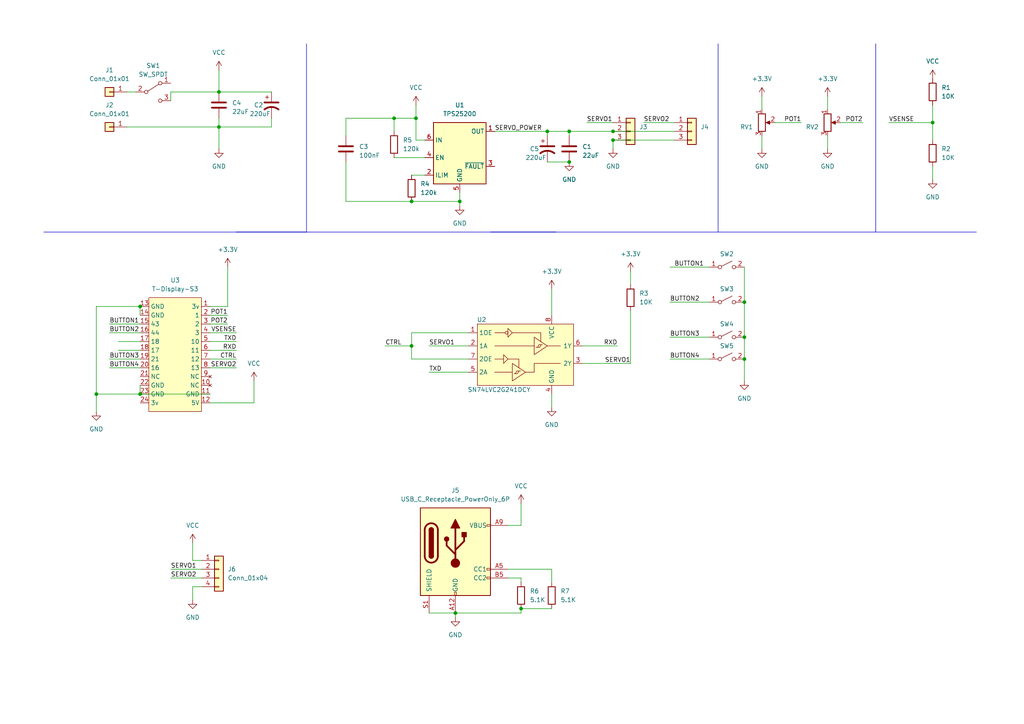
<source format=kicad_sch>
(kicad_sch (version 20250114) (generator "eeschema") (generator_version "9.0")
  (paper "A4")
  (lib_symbols
    (symbol "BuffersLogic_74S:SN74LVC2G241DC"
      (property "Reference" "U2" (at -12.7 8.89 0))
      (property "Value" "SN74LVC2G241DCY" (at -7.62 -11.43 0))
      (symbol "SN74LVC2G241DC_0_1"
        (rectangle (start -13.97 7.62) (end 13.97 -10.16) (fill (type background)))
        (polyline (pts (xy -8.89 5.08) (xy -5.8943 5.0824)))
        (polyline (pts (xy -8.89 -2.54) (xy -6.35 -2.54) (xy -6.35 -1.27) (xy -5.08 -2.54) (xy -6.35 -3.81) (xy -6.35 -2.54)))
        (polyline (pts (xy -8.89 -6.35) (xy -3.81 -6.35) (xy -3.81 -3.81) (xy 0 -6.35) (xy -3.81 -8.89) (xy -3.81 -6.35)))
        (circle (center -5.461 5.08) (radius 0.399))
        (polyline (pts (xy -5.08 5.08) (xy -5.08 5.08) (xy -5.08 6.35) (xy -3.81 5.08) (xy -5.08 3.81) (xy -5.08 5.08)))
        (polyline (pts (xy -5.08 -2.54) (xy -1.905 -2.54) (xy -1.905 -5.08)))
        (polyline (pts (xy -3.81 5.08) (xy 4.445 5.08) (xy 4.445 2.54)))
        (polyline (pts (xy -3.3011 -6.7666) (xy -2.2851 -6.7666) (xy -1.9041 -6.0046) (xy -1.3961 -6.0046)))
        (polyline (pts (xy -2.9201 -6.7666) (xy -2.5391 -6.0046) (xy -1.9041 -6.0046)))
        (polyline (pts (xy 2.54 1.27) (xy 2.54 1.27) (xy -8.89 1.27)))
        (polyline (pts (xy 4.5346 1.628) (xy 4.1536 0.866) (xy 3.5186 0.866)))
        (polyline (pts (xy 4.9156 1.628) (xy 3.8996 1.628) (xy 3.5186 0.866) (xy 3.0106 0.866)))
        (polyline (pts (xy 6.35 1.27) (xy 10.16 1.27)))
        (polyline (pts (xy 6.35 1.27) (xy 2.54 -1.27) (xy 2.54 3.81) (xy 6.35 1.27)))
        (polyline (pts (xy 10.16 -3.81) (xy 2.54 -3.81) (xy 2.54 -6.35) (xy 0 -6.35)))
      )
      (symbol "SN74LVC2G241DC_1_1"
        (pin input line (at -16.51 5.08 0) (length 2.54) (name "1OE") (number "1"))
        (pin input line (at -16.51 1.27 0) (length 2.54) (name "1A") (number "2"))
        (pin input line (at -16.51 -2.54 0) (length 2.54) (name "2OE") (number "7"))
        (pin input line (at -16.51 -6.35 0) (length 2.54) (name "2A") (number "5"))
        (pin power_in line (at 7.62 10.16 270) (length 2.54) (name "VCC") (number "8"))
        (pin power_in line (at 7.62 -12.7 90) (length 2.54) (name "GND") (number "4"))
        (pin output line (at 16.51 1.27 180) (length 2.54) (name "1Y") (number "6"))
        (pin output line (at 16.51 -3.81 180) (length 2.54) (name "2Y") (number "3"))
      )
    )
    (symbol "Connector:USB_C_Receptacle_PowerOnly_6P" (pin_names (offset 1.016))
      (property "Reference" "J" (at 0 16.51 0))
      (property "Value" "USB_C_Receptacle_PowerOnly_6P" (at 0 13.97 0))
      (symbol "USB_C_Receptacle_PowerOnly_6P_0_0"
        (rectangle (start -0.254 -12.7) (end 0.254 -11.684))
        (rectangle (start 10.16 7.874) (end 9.144 7.366))
        (rectangle (start 10.16 -4.826) (end 9.144 -5.334))
        (rectangle (start 10.16 -7.366) (end 9.144 -7.874))
      )
      (symbol "USB_C_Receptacle_PowerOnly_6P_0_1"
        (rectangle (start -10.16 12.7) (end 10.16 -12.7) (stroke (width 0.254)) (fill (type background)))
        (polyline (pts (xy -8.89 -1.27) (xy -8.89 6.35)) (stroke (width 0.508)))
        (rectangle (start -7.62 -1.27) (end -6.35 6.35) (stroke (width 0.254)) (fill (type outline)))
        (arc (start -7.62 6.35) (mid -6.985 6.9823) (end -6.35 6.35) (stroke (width 0.254)))
        (arc (start -7.62 6.35) (mid -6.985 6.9823) (end -6.35 6.35) (stroke (width 0.254)) (fill (type outline)))
        (arc (start -8.89 6.35) (mid -6.985 8.2467) (end -5.08 6.35) (stroke (width 0.508)))
        (arc (start -5.08 -1.27) (mid -6.985 -3.1667) (end -8.89 -1.27) (stroke (width 0.508)))
        (arc (start -6.35 -1.27) (mid -6.985 -1.9023) (end -7.62 -1.27) (stroke (width 0.254)))
        (arc (start -6.35 -1.27) (mid -6.985 -1.9023) (end -7.62 -1.27) (stroke (width 0.254)) (fill (type outline)))
        (polyline (pts (xy -5.08 6.35) (xy -5.08 -1.27)) (stroke (width 0.508)))
        (circle (center -2.54 3.683) (radius 0.635) (stroke (width 0.254)) (fill (type outline)))
        (polyline (pts (xy -1.27 6.858) (xy 0 9.398) (xy 1.27 6.858) (xy -1.27 6.858)) (stroke (width 0.254)) (fill (type outline)))
        (polyline (pts (xy 0 0.508) (xy 2.54 3.048) (xy 2.54 4.318)) (stroke (width 0.508)))
        (polyline (pts (xy 0 -0.762) (xy -2.54 1.778) (xy -2.54 3.048)) (stroke (width 0.508)))
        (polyline (pts (xy 0 -3.302) (xy 0 6.858)) (stroke (width 0.508)))
        (circle (center 0 -3.302) (radius 1.27) (fill (type outline)))
        (rectangle (start 1.905 4.318) (end 3.175 5.588) (stroke (width 0.254)) (fill (type outline)))
      )
      (symbol "USB_C_Receptacle_PowerOnly_6P_1_1"
        (pin passive line (at -7.62 -17.78 90) (length 5.08) (name "SHIELD") (number "S1"))
        (pin passive line (at 0 -17.78 90) (length 5.08) (name "GND") (number "A12"))
        (pin passive line (at 0 -17.78 90) (length 5.08) (hide yes) (name "GND") (number "B12"))
        (pin passive line (at 15.24 7.62 180) (length 5.08) (name "VBUS") (number "A9"))
        (pin passive line (at 15.24 7.62 180) (length 5.08) (hide yes) (name "VBUS") (number "B9"))
        (pin bidirectional line (at 15.24 -5.08 180) (length 5.08) (name "CC1") (number "A5"))
        (pin bidirectional line (at 15.24 -7.62 180) (length 5.08) (name "CC2") (number "B5"))
      )
    )
    (symbol "Connector_Generic:Conn_01x01" (pin_names (offset 1.016) (hide yes))
      (property "Reference" "J" (at 0 2.54 0))
      (property "Value" "Conn_01x01" (at 0 -2.54 0))
      (symbol "Conn_01x01_1_1"
        (rectangle (start -1.27 1.27) (end 1.27 -1.27) (stroke (width 0.254)) (fill (type background)))
        (rectangle (start -1.27 0.127) (end 0 -0.127) (stroke (width 0.1524)))
        (pin passive line (at -5.08 0 0) (length 3.81) (name "Pin_1") (number "1"))
      )
    )
    (symbol "Connector_Generic:Conn_01x03" (pin_names (offset 1.016) (hide yes))
      (property "Reference" "J" (at 0 5.08 0))
      (property "Value" "Conn_01x03" (at 0 -5.08 0))
      (symbol "Conn_01x03_1_1"
        (rectangle (start -1.27 3.81) (end 1.27 -3.81) (stroke (width 0.254)) (fill (type background)))
        (rectangle (start -1.27 2.667) (end 0 2.413) (stroke (width 0.1524)))
        (rectangle (start -1.27 0.127) (end 0 -0.127) (stroke (width 0.1524)))
        (rectangle (start -1.27 -2.413) (end 0 -2.667) (stroke (width 0.1524)))
        (pin passive line (at -5.08 2.54 0) (length 3.81) (name "Pin_1") (number "1"))
        (pin passive line (at -5.08 0 0) (length 3.81) (name "Pin_2") (number "2"))
        (pin passive line (at -5.08 -2.54 0) (length 3.81) (name "Pin_3") (number "3"))
      )
    )
    (symbol "Connector_Generic:Conn_01x04" (pin_names (offset 1.016) (hide yes))
      (property "Reference" "J" (at 0 5.08 0))
      (property "Value" "Conn_01x04" (at 0 -7.62 0))
      (symbol "Conn_01x04_1_1"
        (rectangle (start -1.27 3.81) (end 1.27 -6.35) (stroke (width 0.254)) (fill (type background)))
        (rectangle (start -1.27 2.667) (end 0 2.413) (stroke (width 0.1524)))
        (rectangle (start -1.27 0.127) (end 0 -0.127) (stroke (width 0.1524)))
        (rectangle (start -1.27 -2.413) (end 0 -2.667) (stroke (width 0.1524)))
        (rectangle (start -1.27 -4.953) (end 0 -5.207) (stroke (width 0.1524)))
        (pin passive line (at -5.08 2.54 0) (length 3.81) (name "Pin_1") (number "1"))
        (pin passive line (at -5.08 0 0) (length 3.81) (name "Pin_2") (number "2"))
        (pin passive line (at -5.08 -2.54 0) (length 3.81) (name "Pin_3") (number "3"))
        (pin passive line (at -5.08 -5.08 0) (length 3.81) (name "Pin_4") (number "4"))
      )
    )
    (symbol "Device:C" (pin_numbers (hide yes)) (pin_names (offset 0.254))
      (property "Reference" "C" (at 0.635 2.54 0))
      (property "Value" "C" (at 0.635 -2.54 0))
      (symbol "C_0_1"
        (polyline (pts (xy -2.032 0.762) (xy 2.032 0.762)) (stroke (width 0.508)))
        (polyline (pts (xy -2.032 -0.762) (xy 2.032 -0.762)) (stroke (width 0.508)))
      )
      (symbol "C_1_1"
        (pin passive line (at 0 3.81 270) (length 2.794) (name "~") (number "1"))
        (pin passive line (at 0 -3.81 90) (length 2.794) (name "~") (number "2"))
      )
    )
    (symbol "Device:C_Polarized_US" (pin_numbers (hide yes)) (pin_names (offset 0.254) (hide yes))
      (property "Reference" "C" (at 0.635 2.54 0))
      (property "Value" "C_Polarized_US" (at 0.635 -2.54 0))
      (symbol "C_Polarized_US_0_1"
        (polyline (pts (xy -2.032 0.762) (xy 2.032 0.762)) (stroke (width 0.508)))
        (polyline (pts (xy -1.778 2.286) (xy -0.762 2.286)))
        (polyline (pts (xy -1.27 1.778) (xy -1.27 2.794)))
        (arc (start -2.032 -1.27) (mid 0 -0.5572) (end 2.032 -1.27) (stroke (width 0.508)))
      )
      (symbol "C_Polarized_US_1_1"
        (pin passive line (at 0 3.81 270) (length 2.794) (name "~") (number "1"))
        (pin passive line (at 0 -3.81 90) (length 3.302) (name "~") (number "2"))
      )
    )
    (symbol "Device:R" (pin_numbers (hide yes)) (pin_names (offset 0))
      (property "Reference" "R" (at 2.032 0 90))
      (property "Value" "R" (at 0 0 90))
      (symbol "R_0_1"
        (rectangle (start -1.016 -2.54) (end 1.016 2.54) (stroke (width 0.254)))
      )
      (symbol "R_1_1"
        (pin passive line (at 0 3.81 270) (length 1.27) (name "~") (number "1"))
        (pin passive line (at 0 -3.81 90) (length 1.27) (name "~") (number "2"))
      )
    )
    (symbol "Device:R_Potentiometer" (pin_names (offset 1.016) (hide yes))
      (property "Reference" "RV" (at -4.445 0 90))
      (property "Value" "R_Potentiometer" (at -2.54 0 90))
      (symbol "R_Potentiometer_0_1"
        (rectangle (start 1.016 2.54) (end -1.016 -2.54) (stroke (width 0.254)))
        (polyline (pts (xy 1.143 0) (xy 2.286 0.508) (xy 2.286 -0.508) (xy 1.143 0)) (fill (type outline)))
        (polyline (pts (xy 2.54 0) (xy 1.524 0)))
      )
      (symbol "R_Potentiometer_1_1"
        (pin passive line (at 0 3.81 270) (length 1.27) (name "1") (number "1"))
        (pin passive line (at 0 -3.81 90) (length 1.27) (name "3") (number "3"))
        (pin passive line (at 3.81 0 180) (length 1.27) (name "2") (number "2"))
      )
    )
    (symbol "Switch:SW_SPDT" (pin_names (offset 0) (hide yes))
      (property "Reference" "SW" (at 0 4.318 0))
      (property "Value" "SW_SPDT" (at 0 -5.08 0))
      (symbol "SW_SPDT_0_0"
        (circle (center -2.032 0) (radius 0.508))
        (circle (center 2.032 -2.54) (radius 0.508))
      )
      (symbol "SW_SPDT_0_1"
        (polyline (pts (xy -1.524 0.254) (xy 1.651 2.286)))
        (circle (center 2.032 2.54) (radius 0.508))
      )
      (symbol "SW_SPDT_1_1"
        (pin passive line (at -5.08 0 0) (length 2.54) (name "B") (number "2"))
        (pin passive line (at 5.08 2.54 180) (length 2.54) (name "A") (number "1"))
        (pin passive line (at 5.08 -2.54 180) (length 2.54) (name "C") (number "3"))
      )
    )
    (symbol "Switch:SW_SPST" (pin_names (offset 0) (hide yes))
      (property "Reference" "SW" (at 0 3.175 0))
      (property "Value" "SW_SPST" (at 0 -2.54 0))
      (symbol "SW_SPST_0_0"
        (circle (center -2.032 0) (radius 0.508))
        (polyline (pts (xy -1.524 0.254) (xy 1.524 1.778)))
        (circle (center 2.032 0) (radius 0.508))
      )
      (symbol "SW_SPST_1_1"
        (pin passive line (at -5.08 0 0) (length 2.54) (name "A") (number "1"))
        (pin passive line (at 5.08 0 180) (length 2.54) (name "B") (number "2"))
      )
    )
    (symbol "power:+3.3V" (power) (pin_names (offset 0))
      (property "Value" "+3.3V" (at 0 3.556 0))
      (symbol "+3.3V_0_1"
        (polyline (pts (xy -0.762 1.27) (xy 0 2.54)))
        (polyline (pts (xy 0 2.54) (xy 0.762 1.27)))
        (polyline (pts (xy 0 0) (xy 0 2.54)))
      )
      (symbol "+3.3V_1_1"
        (pin power_in line (at 0 0 90) (length 0) (hide yes) (name "+3.3V") (number "1"))
      )
    )
    (symbol "power:GND" (power) (pin_names (offset 0))
      (property "Value" "GND" (at 0 -3.81 0))
      (symbol "GND_0_1"
        (polyline (pts (xy 0 0) (xy 0 -1.27) (xy 1.27 -1.27) (xy 0 -2.54) (xy -1.27 -1.27) (xy 0 -1.27)))
      )
      (symbol "GND_1_1"
        (pin power_in line (at 0 0 270) (length 0) (hide yes) (name "GND") (number "1"))
      )
    )
    (symbol "power:VCC" (power) (pin_names (offset 0))
      (property "Value" "VCC" (at 0 3.81 0))
      (symbol "VCC_0_1"
        (polyline (pts (xy -0.762 1.27) (xy 0 2.54)))
        (polyline (pts (xy 0 2.54) (xy 0.762 1.27)))
        (polyline (pts (xy 0 0) (xy 0 2.54)))
      )
      (symbol "VCC_1_1"
        (pin power_in line (at 0 0 90) (length 0) (hide yes) (name "VCC") (number "1"))
      )
    )
    (symbol "shurik-personal:T-Display-S3"
      (property "Reference" "U" (at -16.51 -2.54 0))
      (property "Value" "T-Display-S3" (at -11.43 -5.08 0))
      (symbol "T-Display-S3_0_1"
        (rectangle (start -15.24 33.02) (end 0 0) (fill (type background)))
      )
      (symbol "T-Display-S3_1_1"
        (pin power_in line (at -17.78 30.48 0) (length 2.54) (name "GND") (number "13"))
        (pin power_in line (at -17.78 27.94 0) (length 2.54) (name "GND") (number "14"))
        (pin bidirectional line (at -17.78 25.4 0) (length 2.54) (name "43") (number "15"))
        (pin bidirectional line (at -17.78 22.86 0) (length 2.54) (name "44") (number "16"))
        (pin bidirectional line (at -17.78 20.32 0) (length 2.54) (name "18") (number "17"))
        (pin bidirectional line (at -17.78 17.78 0) (length 2.54) (name "17") (number "18"))
        (pin bidirectional line (at -17.78 15.24 0) (length 2.54) (name "21") (number "19"))
        (pin bidirectional line (at -17.78 12.7 0) (length 2.54) (name "16") (number "20"))
        (pin bidirectional line (at -17.78 10.16 0) (length 2.54) (name "NC") (number "21"))
        (pin power_in line (at -17.78 7.62 0) (length 2.54) (name "GND") (number "22"))
        (pin power_in line (at -17.78 5.08 0) (length 2.54) (name "GND") (number "23"))
        (pin power_in line (at -17.78 2.54 0) (length 2.54) (name "3v") (number "24"))
        (pin power_in line (at 2.54 30.48 180) (length 2.54) (name "3v") (number "1"))
        (pin bidirectional line (at 2.54 27.94 180) (length 2.54) (name "1") (number "2"))
        (pin bidirectional line (at 2.54 25.4 180) (length 2.54) (name "2") (number "3"))
        (pin bidirectional line (at 2.54 22.86 180) (length 2.54) (name "3") (number "4"))
        (pin bidirectional line (at 2.54 20.32 180) (length 2.54) (name "10") (number "5"))
        (pin bidirectional line (at 2.54 17.78 180) (length 2.54) (name "11") (number "6"))
        (pin bidirectional line (at 2.54 15.24 180) (length 2.54) (name "12") (number "7"))
        (pin bidirectional line (at 2.54 12.7 180) (length 2.54) (name "13") (number "8"))
        (pin no_connect line (at 2.54 10.16 180) (length 2.54) (name "NC") (number "9"))
        (pin no_connect line (at 2.54 7.62 180) (length 2.54) (name "NC") (number "10"))
        (pin power_in line (at 2.54 5.08 180) (length 2.54) (name "GND") (number "11"))
        (pin power_in line (at 2.54 2.54 180) (length 2.54) (name "5V") (number "12"))
      )
    )
    (symbol "shurik-personal:TPS25200"
      (property "Reference" "U" (at -7.62 -11.43 0))
      (property "Value" "TPS25200" (at -7.62 8.89 0))
      (symbol "TPS25200_0_1"
        (rectangle (start -7.62 7.62) (end 7.62 -10.16) (stroke (width 0.254)) (fill (type background)))
      )
      (symbol "TPS25200_1_1"
        (pin power_in line (at -10.16 2.54 0) (length 2.54) (name "IN") (number "6"))
        (pin input line (at -10.16 -2.54 0) (length 2.54) (name "EN") (number "4"))
        (pin passive line (at -10.16 -7.62 0) (length 2.54) (name "ILIM") (number "2"))
        (pin power_in line (at 0 -12.7 90) (length 2.54) (name "GND") (number "5"))
        (pin passive line (at 0 -12.7 90) (length 2.54) (hide yes) (name "GND") (number "7"))
        (pin power_out line (at 10.16 5.08 180) (length 2.54) (name "OUT") (number "1"))
        (pin open_collector line (at 10.16 -5.08 180) (length 2.54) (name "~{FAULT}") (number "3"))
      )
    )
  )
  (junction (at 119.38 100.33))
  (junction (at 119.38 58.42))
  (junction (at 27.94 114.3))
  (junction (at 158.75 38.1))
  (junction (at 215.9 97.79))
  (junction (at 165.1 46.99))
  (junction (at 215.9 87.63))
  (junction (at 151.13 176.53))
  (junction (at 270.51 35.56))
  (junction (at 120.65 34.29))
  (junction (at 165.1 38.1))
  (junction (at 40.64 114.3))
  (junction (at 133.35 58.42))
  (junction (at 215.9 104.14))
  (junction (at 114.3 34.29))
  (junction (at 40.64 88.9))
  (junction (at 132.08 177.8))
  (junction (at 177.8 38.1))
  (junction (at 63.5 26.67))
  (junction (at 63.5 36.83))
  (junction (at 177.8 40.64))
  (wire (pts (xy 66.04 77.47) (xy 66.04 88.9)))
  (wire (pts (xy 151.13 176.53) (xy 151.13 177.8)))
  (wire (pts (xy 34.29 101.6) (xy 40.64 101.6)))
  (wire (pts (xy 55.88 170.18) (xy 55.88 173.99)))
  (wire (pts (xy 250.19 35.56) (xy 243.84 35.56)))
  (wire (pts (xy 133.35 58.42) (xy 133.35 55.88)))
  (wire (pts (xy 123.19 40.64) (xy 120.65 40.64)))
  (wire (pts (xy 270.51 48.26) (xy 270.51 52.07)))
  (wire (pts (xy 114.3 34.29) (xy 120.65 34.29)))
  (wire (pts (xy 240.03 43.18) (xy 240.03 39.37)))
  (wire (pts (xy 60.96 96.52) (xy 68.58 96.52)))
  (wire (pts (xy 63.5 36.83) (xy 78.74 36.83)))
  (wire (pts (xy 31.75 93.98) (xy 40.64 93.98)))
  (wire (pts (xy 60.96 101.6) (xy 68.58 101.6)))
  (wire (pts (xy 232.41 35.56) (xy 224.79 35.56)))
  (wire (pts (xy 165.1 38.1) (xy 177.8 38.1)))
  (wire (pts (xy 40.64 114.3) (xy 60.96 114.3)))
  (wire (pts (xy 186.69 35.56) (xy 195.58 35.56)))
  (wire (pts (xy 147.32 167.64) (xy 151.13 167.64)))
  (wire (pts (xy 119.38 58.42) (xy 100.33 58.42)))
  (wire (pts (xy 49.53 29.21) (xy 49.53 26.67)))
  (wire (pts (xy 111.76 100.33) (xy 119.38 100.33)))
  (wire (pts (xy 257.81 35.56) (xy 270.51 35.56)))
  (wire (pts (xy 60.96 93.98) (xy 66.04 93.98)))
  (wire (pts (xy 100.33 34.29) (xy 100.33 39.37)))
  (wire (pts (xy 165.1 38.1) (xy 165.1 39.37)))
  (wire (pts (xy 160.02 114.3) (xy 160.02 118.11)))
  (wire (pts (xy 158.75 38.1) (xy 165.1 38.1)))
  (wire (pts (xy 63.5 26.67) (xy 78.74 26.67)))
  (wire (pts (xy 60.96 106.68) (xy 68.58 106.68)))
  (wire (pts (xy 36.83 26.67) (xy 39.37 26.67)))
  (wire (pts (xy 215.9 77.47) (xy 215.9 87.63)))
  (wire (pts (xy 177.8 38.1) (xy 195.58 38.1)))
  (wire (pts (xy 60.96 91.44) (xy 66.04 91.44)))
  (wire (pts (xy 151.13 176.53) (xy 160.02 176.53)))
  (wire (pts (xy 60.96 99.06) (xy 68.58 99.06)))
  (wire (pts (xy 100.33 46.99) (xy 100.33 58.42)))
  (wire (pts (xy 132.08 177.8) (xy 132.08 179.07)))
  (wire (pts (xy 194.31 77.47) (xy 205.74 77.47)))
  (polyline (pts (xy 161.29 67.31) (xy 142.24 67.31)))
  (wire (pts (xy 114.3 34.29) (xy 114.3 38.1)))
  (wire (pts (xy 31.75 106.68) (xy 40.64 106.68)))
  (wire (pts (xy 49.53 165.1) (xy 58.42 165.1)))
  (wire (pts (xy 36.83 36.83) (xy 63.5 36.83)))
  (wire (pts (xy 240.03 31.75) (xy 240.03 27.94)))
  (wire (pts (xy 27.94 88.9) (xy 27.94 114.3)))
  (wire (pts (xy 119.38 96.52) (xy 119.38 100.33)))
  (wire (pts (xy 158.75 46.99) (xy 165.1 46.99)))
  (wire (pts (xy 63.5 36.83) (xy 63.5 43.18)))
  (wire (pts (xy 73.66 110.49) (xy 73.66 116.84)))
  (wire (pts (xy 55.88 157.48) (xy 55.88 162.56)))
  (wire (pts (xy 31.75 96.52) (xy 40.64 96.52)))
  (wire (pts (xy 27.94 114.3) (xy 27.94 119.38)))
  (wire (pts (xy 270.51 35.56) (xy 270.51 40.64)))
  (wire (pts (xy 40.64 88.9) (xy 40.64 91.44)))
  (wire (pts (xy 220.98 43.18) (xy 220.98 39.37)))
  (wire (pts (xy 133.35 59.69) (xy 133.35 58.42)))
  (wire (pts (xy 124.46 107.95) (xy 135.89 107.95)))
  (wire (pts (xy 170.18 35.56) (xy 177.8 35.56)))
  (wire (pts (xy 177.8 40.64) (xy 177.8 43.18)))
  (wire (pts (xy 119.38 100.33) (xy 119.38 104.14)))
  (wire (pts (xy 182.88 82.55) (xy 182.88 78.74)))
  (wire (pts (xy 194.31 97.79) (xy 205.74 97.79)))
  (wire (pts (xy 27.94 114.3) (xy 40.64 114.3)))
  (wire (pts (xy 119.38 104.14) (xy 135.89 104.14)))
  (wire (pts (xy 58.42 170.18) (xy 55.88 170.18)))
  (wire (pts (xy 120.65 30.48) (xy 120.65 34.29)))
  (wire (pts (xy 60.96 116.84) (xy 73.66 116.84)))
  (wire (pts (xy 182.88 90.17) (xy 182.88 105.41)))
  (wire (pts (xy 119.38 58.42) (xy 133.35 58.42)))
  (wire (pts (xy 194.31 87.63) (xy 205.74 87.63)))
  (polyline (pts (xy 88.9 12.7) (xy 88.9 67.31)))
  (wire (pts (xy 177.8 40.64) (xy 195.58 40.64)))
  (wire (pts (xy 215.9 87.63) (xy 215.9 97.79)))
  (wire (pts (xy 143.51 38.1) (xy 158.75 38.1)))
  (wire (pts (xy 194.31 104.14) (xy 205.74 104.14)))
  (wire (pts (xy 63.5 34.29) (xy 63.5 36.83)))
  (wire (pts (xy 60.96 88.9) (xy 66.04 88.9)))
  (wire (pts (xy 34.29 99.06) (xy 40.64 99.06)))
  (wire (pts (xy 220.98 31.75) (xy 220.98 27.94)))
  (wire (pts (xy 168.91 100.33) (xy 179.07 100.33)))
  (wire (pts (xy 168.91 105.41) (xy 182.88 105.41)))
  (wire (pts (xy 124.46 100.33) (xy 135.89 100.33)))
  (wire (pts (xy 158.75 38.1) (xy 158.75 39.37)))
  (wire (pts (xy 58.42 162.56) (xy 55.88 162.56)))
  (wire (pts (xy 151.13 152.4) (xy 151.13 146.05)))
  (wire (pts (xy 132.08 177.8) (xy 151.13 177.8)))
  (wire (pts (xy 151.13 167.64) (xy 151.13 168.91)))
  (polyline (pts (xy 254 12.7) (xy 254 67.31)))
  (polyline (pts (xy 88.9 67.31) (xy 68.58 67.31)))
  (wire (pts (xy 119.38 96.52) (xy 135.89 96.52)))
  (wire (pts (xy 60.96 104.14) (xy 68.58 104.14)))
  (wire (pts (xy 147.32 165.1) (xy 160.02 165.1)))
  (wire (pts (xy 40.64 111.76) (xy 40.64 114.3)))
  (wire (pts (xy 270.51 30.48) (xy 270.51 35.56)))
  (wire (pts (xy 147.32 152.4) (xy 151.13 152.4)))
  (wire (pts (xy 78.74 34.29) (xy 78.74 36.83)))
  (wire (pts (xy 160.02 83.82) (xy 160.02 91.44)))
  (wire (pts (xy 49.53 167.64) (xy 58.42 167.64)))
  (wire (pts (xy 40.64 88.9) (xy 27.94 88.9)))
  (wire (pts (xy 120.65 34.29) (xy 120.65 40.64)))
  (wire (pts (xy 160.02 165.1) (xy 160.02 168.91)))
  (wire (pts (xy 49.53 26.67) (xy 63.5 26.67)))
  (polyline (pts (xy 12.7 67.31) (xy 283.21 67.31)))
  (wire (pts (xy 124.46 177.8) (xy 132.08 177.8)))
  (wire (pts (xy 114.3 34.29) (xy 100.33 34.29)))
  (wire (pts (xy 215.9 97.79) (xy 215.9 104.14)))
  (wire (pts (xy 215.9 104.14) (xy 215.9 110.49)))
  (wire (pts (xy 63.5 20.32) (xy 63.5 26.67)))
  (polyline (pts (xy 208.28 12.7) (xy 208.28 67.31)))
  (wire (pts (xy 31.75 104.14) (xy 40.64 104.14)))
  (wire (pts (xy 114.3 45.72) (xy 123.19 45.72)))
  (wire (pts (xy 119.38 50.8) (xy 123.19 50.8)))
  (label "BUTTON2" (at 31.75 96.52 0))
  (label "SERVO2" (at 68.58 106.68 180))
  (label "BUTTON4" (at 31.75 106.68 0))
  (label "SERVO_POWER" (at 143.51 38.1 0))
  (label "RXD" (at 179.07 100.33 180))
  (label "BUTTON4" (at 194.31 104.14 0))
  (label "POT2" (at 250.19 35.56 180))
  (label "TXD" (at 124.46 107.95 0))
  (label "POT1" (at 66.04 91.44 180))
  (label "POT2" (at 66.04 93.98 180))
  (label "SERVO1" (at 49.53 165.1 0))
  (label "BUTTON1" (at 195.58 77.47 0))
  (label "CTRL" (at 68.58 104.14 180))
  (label "VSENSE" (at 68.58 96.52 180))
  (label "BUTTON3" (at 31.75 104.14 0))
  (label "SERVO1" (at 170.18 35.56 0))
  (label "SERVO2" (at 49.53 167.64 0))
  (label "BUTTON2" (at 194.31 87.63 0))
  (label "BUTTON3" (at 194.31 97.79 0))
  (label "VSENSE" (at 257.81 35.56 0))
  (label "SERVO1" (at 124.46 100.33 0))
  (label "POT1" (at 232.41 35.56 180))
  (label "CTRL" (at 111.76 100.33 0))
  (label "SERVO2" (at 186.69 35.56 0))
  (label "SERVO1" (at 182.88 105.41 180))
  (label "TXD" (at 68.58 99.06 180))
  (label "BUTTON1" (at 31.75 93.98 0))
  (label "RXD" (at 68.58 101.6 180))
  (symbol (lib_id "Connector_Generic:Conn_01x03") (at 200.66 38.1 0) (unit 1)
    (property "Reference" "J4" (at 203.2 36.83 0) (effects (justify left)))
    (property "Value" "Conn_01x03" (effects (hide yes)))
    (property "Footprint" "Connector_PinHeader_2.54mm:PinHeader_1x03_P2.54mm_Vertical" (effects (hide yes)))
    (property "LCSC PN" "C2937625" (effects (hide yes)))
    (property "FT Rotation Offset" "90" (effects (hide yes)))
  )
  (symbol (lib_id "Connector:USB_C_Receptacle_PowerOnly_6P") (at 132.08 160.02 0) (unit 1)
    (property "Reference" "J5" (at 132.08 142.24 0))
    (property "Value" "USB_C_Receptacle_PowerOnly_6P" (at 132.08 144.78 0))
    (property "Footprint" "shurik-personal:USB_C_Receptacle_Korean_Hroparts-31-M-17" (effects (hide yes)))
    (property "Datasheet" "https://www.usb.org/sites/default/files/documents/usb_type-c.zip" (effects (hide yes)))
    (property "Description" "USB Power-Only 6P Type-C Receptacle connector" (effects (hide yes)))
    (property "LCSC" "C283540" (effects (hide yes)))
  )
  (symbol (lib_id "Device:C") (at 100.33 43.18 0) (unit 1)
    (property "Reference" "C3" (at 104.14 42.545 0) (effects (justify left)))
    (property "Value" "100nF" (at 104.14 45.085 0) (effects (justify left)))
    (property "Footprint" "Capacitor_SMD:C_0603_1608Metric" (effects (hide yes)))
    (property "LCSC" "C14663" (effects (hide yes)))
  )
  (symbol (lib_id "Switch:SW_SPST") (at 210.82 104.14 0) (unit 1)
    (property "Reference" "SW5" (at 210.82 100.33 0))
    (property "Value" "SW_SPST" (effects (hide yes)))
    (property "Footprint" "Button_Switch_THT:SW_TH_Tactile_Omron_B3F-10xx" (effects (hide yes)))
    (property "LCSC" "C2885143" (effects (hide yes)))
  )
  (symbol (lib_id "power:+3.3V") (at 160.02 83.82 0) (unit 1)
    (property "Reference" "#PWR019" (effects (hide yes)))
    (property "Value" "+3.3V" (at 160.02 78.74 0))
  )
  (symbol (lib_id "Device:C_Polarized_US") (at 78.74 30.48 0) (unit 1)
    (property "Reference" "C2" (at 73.66 30.48 0) (effects (justify left)))
    (property "Value" "220uF" (at 72.39 33.02 0) (effects (justify left)))
    (property "Footprint" "Capacitor_SMD:CP_Elec_6.3x7.7" (effects (hide yes)))
    (property "LCSC" "C96175" (effects (hide yes)))
    (property "FT Rotation Offset" "180" (effects (hide yes)))
  )
  (symbol (lib_id "power:GND") (at 55.88 173.99 0) (unit 1)
    (property "Reference" "#PWR024" (effects (hide yes)))
    (property "Value" "GND" (at 55.88 179.07 0))
  )
  (symbol (lib_id "power:VCC") (at 73.66 110.49 0) (unit 1)
    (property "Reference" "#PWR03" (effects (hide yes)))
    (property "Value" "VCC" (at 73.66 105.41 0))
  )
  (symbol (lib_id "power:GND") (at 270.51 52.07 0) (unit 1)
    (property "Reference" "#PWR014" (effects (hide yes)))
    (property "Value" "GND" (at 270.51 57.15 0))
  )
  (symbol (lib_id "power:GND") (at 215.9 110.49 0) (unit 1)
    (property "Reference" "#PWR021" (effects (hide yes)))
    (property "Value" "GND" (at 215.9 115.57 0))
  )
  (symbol (lib_id "Switch:SW_SPST") (at 210.82 87.63 0) (unit 1)
    (property "Reference" "SW3" (at 210.82 83.82 0))
    (property "Value" "SW_SPST" (effects (hide yes)))
    (property "Footprint" "Button_Switch_THT:SW_TH_Tactile_Omron_B3F-10xx" (effects (hide yes)))
    (property "LCSC" "C2885143" (effects (hide yes)))
  )
  (symbol (lib_id "Connector_Generic:Conn_01x03") (at 182.88 38.1 0) (unit 1)
    (property "Reference" "J3" (at 185.42 36.83 0) (effects (justify left)))
    (property "Value" "Conn_01x03" (effects (hide yes)))
    (property "Footprint" "Connector_PinHeader_2.54mm:PinHeader_1x03_P2.54mm_Vertical" (effects (hide yes)))
    (property "LCSC PN" "C2937625" (effects (hide yes)))
    (property "FT Rotation Offset" "90" (effects (hide yes)))
  )
  (symbol (lib_id "Switch:SW_SPST") (at 210.82 77.47 0) (unit 1)
    (property "Reference" "SW2" (at 210.82 73.66 0))
    (property "Value" "SW_SPST" (effects (hide yes)))
    (property "Footprint" "Button_Switch_THT:SW_TH_Tactile_Omron_B3F-10xx" (effects (hide yes)))
    (property "LCSC" "C2885143" (effects (hide yes)))
  )
  (symbol (lib_id "power:GND") (at 240.03 43.18 0) (unit 1)
    (property "Reference" "#PWR013" (effects (hide yes)))
    (property "Value" "GND" (at 240.03 48.26 0))
  )
  (symbol (lib_id "Device:C") (at 63.5 30.48 0) (unit 1)
    (property "Reference" "C4" (at 67.31 29.845 0) (effects (justify left)))
    (property "Value" "22uF" (at 67.31 32.385 0) (effects (justify left)))
    (property "Footprint" "Capacitor_SMD:C_0805_2012Metric" (effects (hide yes)))
    (property "LCSC" "C45783" (effects (hide yes)))
  )
  (symbol (lib_id "power:VCC") (at 63.5 20.32 0) (unit 1)
    (property "Reference" "#PWR02" (effects (hide yes)))
    (property "Value" "VCC" (at 63.5 15.24 0))
  )
  (symbol (lib_id "Device:R_Potentiometer") (at 240.03 35.56 0) (unit 1)
    (property "Reference" "RV2" (at 237.49 36.83 0) (effects (justify right)))
    (property "Value" "R_Potentiometer" (effects (hide yes)))
    (property "Footprint" "Potentiometer_THT:Potentiometer_Bourns_PTV09A-1_Single_Vertical" (effects (hide yes)))
  )
  (symbol (lib_id "shurik-personal:TPS25200") (at 133.35 43.18 0) (unit 1)
    (property "Reference" "U1" (at 133.35 30.48 0))
    (property "Value" "TPS25200" (at 133.35 33.02 0))
    (property "Footprint" "Package_SON:WSON-6-1EP_2x2mm_P0.65mm_EP1x1.6mm" (effects (hide yes)))
    (property "Datasheet" "https://www.ti.com/lit/ds/symlink/tps25200.pdf" (effects (hide yes)))
    (property "Description" "eFuse With Precision Adjustable Current Limit" (effects (hide yes)))
  )
  (symbol (lib_id "power:GND") (at 165.1 46.99 0) (unit 1)
    (property "Reference" "#PWR06" (effects (hide yes)))
    (property "Value" "GND" (at 165.1 52.07 0))
  )
  (symbol (lib_id "power:GND") (at 160.02 118.11 0) (unit 1)
    (property "Reference" "#PWR022" (effects (hide yes)))
    (property "Value" "GND" (at 160.02 123.19 0))
  )
  (symbol (lib_id "Connector_Generic:Conn_01x01") (at 31.75 36.83 180) (unit 1)
    (property "Reference" "J2" (at 31.75 30.48 0))
    (property "Value" "Conn_01x01" (at 31.75 33.02 0))
    (property "Footprint" "shurik-personal:connector-1p-generic-nosilk" (effects (hide yes)))
  )
  (symbol (lib_id "power:GND") (at 133.35 59.69 0) (unit 1)
    (property "Reference" "#PWR04" (effects (hide yes)))
    (property "Value" "GND" (at 133.35 64.77 0))
  )
  (symbol (lib_id "power:VCC") (at 270.51 22.86 0) (unit 1)
    (property "Reference" "#PWR05" (effects (hide yes)))
    (property "Value" "VCC" (at 270.51 17.78 0))
  )
  (symbol (lib_id "power:GND") (at 220.98 43.18 0) (unit 1)
    (property "Reference" "#PWR012" (effects (hide yes)))
    (property "Value" "GND" (at 220.98 48.26 0))
  )
  (symbol (lib_id "Connector_Generic:Conn_01x04") (at 63.5 165.1 0) (unit 1)
    (property "Reference" "J6" (at 66.04 165.0999 0) (effects (justify left)))
    (property "Value" "Conn_01x04" (at 66.04 167.6399 0) (effects (justify left)))
    (property "Footprint" "shurik-personal:connector-4p-generic-nosilk" (effects (hide yes)))
    (property "Description" "Generic connector, single row, 01x04, script generated (kicad-library-utils/schlib/autogen/connector/)" (effects (hide yes)))
  )
  (symbol (lib_id "BuffersLogic_74S:SN74LVC2G241DC") (at 152.4 101.6 0) (unit 1)
    (property "Reference" "U2" (at 139.7 92.71 0))
    (property "Value" "SN74LVC2G241DCY" (at 144.78 113.03 0))
    (property "Footprint" "Package_SO:VSSOP-8_2.3x2mm_P0.5mm" (effects (hide yes)))
    (property "Datasheet" "https://www.ti.com/lit/ds/symlink/sn74lvc2g241.pdf" (effects (hide yes)))
    (property "LCSC" "C10430" (effects (hide yes)))
  )
  (symbol (lib_id "power:+3.3V") (at 240.03 27.94 0) (unit 1)
    (property "Reference" "#PWR09" (effects (hide yes)))
    (property "Value" "+3.3V" (at 240.03 22.86 0))
  )
  (symbol (lib_id "Device:R") (at 270.51 26.67 0) (unit 1)
    (property "Reference" "R1" (at 273.05 25.4 0) (effects (justify left)))
    (property "Value" "10K" (at 273.05 27.94 0) (effects (justify left)))
    (property "Footprint" "Resistor_SMD:R_0603_1608Metric" (effects (hide yes)))
    (property "LCSC" "C25804" (effects (hide yes)))
  )
  (symbol (lib_id "Switch:SW_SPDT") (at 44.45 26.67 0) (unit 1)
    (property "Reference" "SW1" (at 44.45 19.05 0))
    (property "Value" "SW_SPDT" (at 44.45 21.59 0))
    (property "Footprint" "shurik-personal:SW_XKB_SS12D10L3" (effects (hide yes)))
    (property "LCSC" "C319011" (effects (hide yes)))
  )
  (symbol (lib_id "power:VCC") (at 151.13 146.05 0) (unit 1)
    (property "Reference" "#PWR07" (effects (hide yes)))
    (property "Value" "VCC" (at 151.13 140.97 0))
  )
  (symbol (lib_id "Device:R") (at 270.51 44.45 0) (unit 1)
    (property "Reference" "R2" (at 273.05 43.18 0) (effects (justify left)))
    (property "Value" "10K" (at 273.05 45.72 0) (effects (justify left)))
    (property "Footprint" "Resistor_SMD:R_0603_1608Metric" (effects (hide yes)))
    (property "LCSC" "C25804" (effects (hide yes)))
  )
  (symbol (lib_id "power:GND") (at 63.5 43.18 0) (unit 1)
    (property "Reference" "#PWR010" (effects (hide yes)))
    (property "Value" "GND" (at 63.5 48.26 0))
  )
  (symbol (lib_id "Connector_Generic:Conn_01x01") (at 31.75 26.67 180) (unit 1)
    (property "Reference" "J1" (at 31.75 20.32 0))
    (property "Value" "Conn_01x01" (at 31.75 22.86 0))
    (property "Footprint" "shurik-personal:connector-1p-generic-nosilk" (effects (hide yes)))
  )
  (symbol (lib_id "power:+3.3V") (at 220.98 27.94 0) (unit 1)
    (property "Reference" "#PWR08" (effects (hide yes)))
    (property "Value" "+3.3V" (at 220.98 22.86 0))
  )
  (symbol (lib_id "shurik-personal:T-Display-S3") (at 58.42 119.38 0) (unit 1)
    (property "Reference" "U3" (at 50.8 81.28 0))
    (property "Value" "T-Display-S3" (at 50.8 83.82 0))
    (property "Footprint" "shurik-personal:T-Display-S3" (effects (hide yes)))
  )
  (symbol (lib_id "power:VCC") (at 120.65 30.48 0) (unit 1)
    (property "Reference" "#PWR01" (effects (hide yes)))
    (property "Value" "VCC" (at 120.65 25.4 0))
  )
  (symbol (lib_id "Switch:SW_SPST") (at 210.82 97.79 0) (unit 1)
    (property "Reference" "SW4" (at 210.82 93.98 0))
    (property "Value" "SW_SPST" (effects (hide yes)))
    (property "Footprint" "Button_Switch_THT:SW_TH_Tactile_Omron_B3F-10xx" (effects (hide yes)))
    (property "LCSC" "C2885143" (effects (hide yes)))
  )
  (symbol (lib_id "power:+3.3V") (at 182.88 78.74 0) (unit 1)
    (property "Reference" "#PWR018" (effects (hide yes)))
    (property "Value" "+3.3V" (at 182.88 73.66 0))
  )
  (symbol (lib_id "Device:R") (at 182.88 86.36 0) (unit 1)
    (property "Reference" "R3" (at 185.42 85.09 0) (effects (justify left)))
    (property "Value" "10K" (at 185.42 87.63 0) (effects (justify left)))
    (property "Footprint" "Resistor_SMD:R_0603_1608Metric" (effects (hide yes)))
    (property "LCSC" "C25804" (effects (hide yes)))
  )
  (symbol (lib_id "Device:R") (at 151.13 172.72 0) (unit 1)
    (property "Reference" "R6" (at 153.67 171.45 0) (effects (justify left)))
    (property "Value" "5.1K" (at 153.67 173.99 0) (effects (justify left)))
    (property "Footprint" "Resistor_SMD:R_0603_1608Metric" (effects (hide yes)))
    (property "LCSC" "C23186" (effects (hide yes)))
  )
  (symbol (lib_id "power:GND") (at 177.8 43.18 0) (unit 1)
    (property "Reference" "#PWR011" (effects (hide yes)))
    (property "Value" "GND" (at 177.8 48.26 0))
  )
  (symbol (lib_id "power:GND") (at 132.08 179.07 0) (unit 1)
    (property "Reference" "#PWR015" (effects (hide yes)))
    (property "Value" "GND" (at 132.08 184.15 0))
  )
  (symbol (lib_id "Device:C_Polarized_US") (at 158.75 43.18 0) (unit 1)
    (property "Reference" "C5" (at 153.67 43.18 0) (effects (justify left)))
    (property "Value" "220uF" (at 152.4 45.72 0) (effects (justify left)))
    (property "Footprint" "Capacitor_SMD:CP_Elec_6.3x7.7" (effects (hide yes)))
    (property "LCSC" "C96175" (effects (hide yes)))
    (property "FT Rotation Offset" "180" (effects (hide yes)))
  )
  (symbol (lib_id "power:+3.3V") (at 66.04 77.47 0) (unit 1)
    (property "Reference" "#PWR017" (effects (hide yes)))
    (property "Value" "+3.3V" (at 66.04 72.39 0))
  )
  (symbol (lib_id "power:VCC") (at 55.88 157.48 0) (unit 1)
    (property "Reference" "#PWR025" (effects (hide yes)))
    (property "Value" "VCC" (at 55.88 152.4 0))
  )
  (symbol (lib_id "Device:C") (at 165.1 43.18 0) (unit 1)
    (property "Reference" "C1" (at 168.91 42.545 0) (effects (justify left)))
    (property "Value" "22uF" (at 168.91 45.085 0) (effects (justify left)))
    (property "Footprint" "Capacitor_SMD:C_0805_2012Metric" (effects (hide yes)))
    (property "LCSC" "C45783" (effects (hide yes)))
  )
  (symbol (lib_id "Device:R") (at 114.3 41.91 0) (unit 1)
    (property "Reference" "R5" (at 116.84 40.64 0) (effects (justify left)))
    (property "Value" "120k" (at 116.84 43.18 0) (effects (justify left)))
    (property "Footprint" "Resistor_SMD:R_0603_1608Metric" (effects (hide yes)))
    (property "LCSC PN" "C25808" (effects (hide yes)))
  )
  (symbol (lib_id "power:GND") (at 27.94 119.38 0) (unit 1)
    (property "Reference" "#PWR023" (effects (hide yes)))
    (property "Value" "GND" (at 27.94 124.46 0))
  )
  (symbol (lib_id "Device:R") (at 160.02 172.72 0) (unit 1)
    (property "Reference" "R7" (at 162.56 171.45 0) (effects (justify left)))
    (property "Value" "5.1K" (at 162.56 173.99 0) (effects (justify left)))
    (property "Footprint" "Resistor_SMD:R_0603_1608Metric" (effects (hide yes)))
    (property "LCSC" "C23186" (effects (hide yes)))
  )
  (symbol (lib_id "Device:R_Potentiometer") (at 220.98 35.56 0) (unit 1)
    (property "Reference" "RV1" (at 218.44 36.83 0) (effects (justify right)))
    (property "Value" "R_Potentiometer" (effects (hide yes)))
    (property "Footprint" "Potentiometer_THT:Potentiometer_Bourns_PTV09A-1_Single_Vertical" (effects (hide yes)))
  )
  (symbol (lib_id "Device:R") (at 119.38 54.61 0) (unit 1)
    (property "Reference" "R4" (at 121.92 53.34 0) (effects (justify left)))
    (property "Value" "120k" (at 121.92 55.88 0) (effects (justify left)))
    (property "Footprint" "Resistor_SMD:R_0603_1608Metric" (effects (hide yes)))
    (property "LCSC PN" "C25808" (effects (hide yes)))
  )
)
</source>
